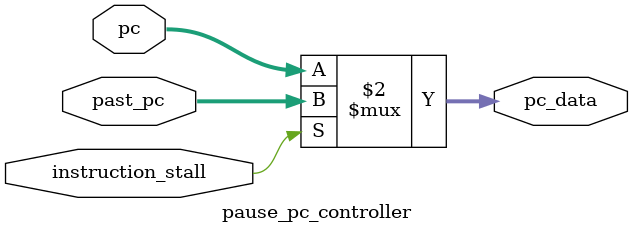
<source format=sv>
 `timescale 1ns/10ps
 module pause_pc_controller(
									instruction_stall,
									pc,
									past_pc,
									
									pc_data
									);
  parameter DATA_SIZE  =32;
  
  output logic [DATA_SIZE-1:0] pc_data;
  
  input        [DATA_SIZE-1:0] pc;
  input        [DATA_SIZE-1:0] past_pc;
  input                        instruction_stall;
  
  always_comb
  begin
	pc_data=instruction_stall?past_pc:pc;
  end
  endmodule
</source>
